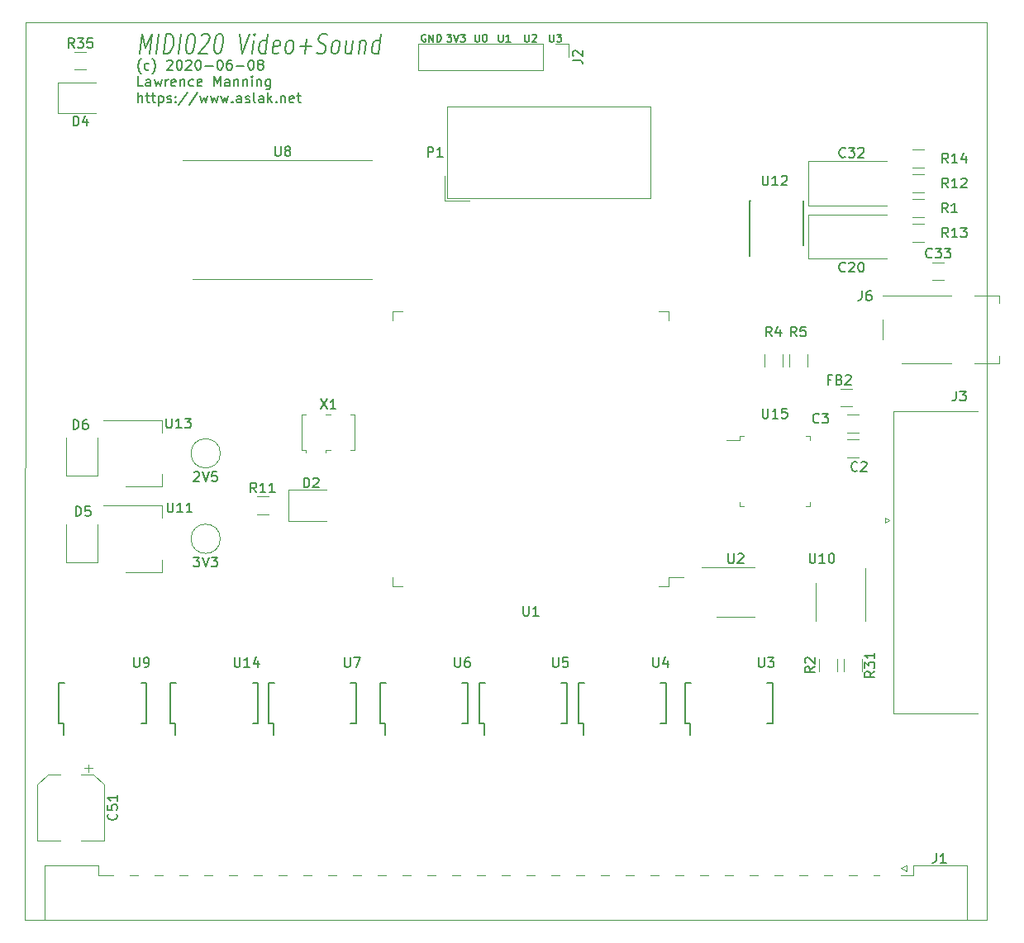
<source format=gbr>
G04 #@! TF.GenerationSoftware,KiCad,Pcbnew,5.1.5+dfsg1-2build2*
G04 #@! TF.CreationDate,2021-07-06T13:38:07+01:00*
G04 #@! TF.ProjectId,Video+Sound,56696465-6f2b-4536-9f75-6e642e6b6963,rev?*
G04 #@! TF.SameCoordinates,Original*
G04 #@! TF.FileFunction,Legend,Top*
G04 #@! TF.FilePolarity,Positive*
%FSLAX46Y46*%
G04 Gerber Fmt 4.6, Leading zero omitted, Abs format (unit mm)*
G04 Created by KiCad (PCBNEW 5.1.5+dfsg1-2build2) date 2021-07-06 13:38:07*
%MOMM*%
%LPD*%
G04 APERTURE LIST*
%ADD10C,0.152400*%
%ADD11C,0.150000*%
%ADD12C,0.050000*%
%ADD13C,0.120000*%
%ADD14C,0.100000*%
G04 APERTURE END LIST*
D10*
X85848250Y-68766266D02*
X85799869Y-68717885D01*
X85703107Y-68572742D01*
X85654726Y-68475980D01*
X85606345Y-68330838D01*
X85557964Y-68088933D01*
X85557964Y-67895409D01*
X85606345Y-67653504D01*
X85654726Y-67508361D01*
X85703107Y-67411600D01*
X85799869Y-67266457D01*
X85848250Y-67218076D01*
X86670726Y-68330838D02*
X86573964Y-68379219D01*
X86380440Y-68379219D01*
X86283679Y-68330838D01*
X86235298Y-68282457D01*
X86186917Y-68185695D01*
X86186917Y-67895409D01*
X86235298Y-67798647D01*
X86283679Y-67750266D01*
X86380440Y-67701885D01*
X86573964Y-67701885D01*
X86670726Y-67750266D01*
X87009393Y-68766266D02*
X87057774Y-68717885D01*
X87154536Y-68572742D01*
X87202917Y-68475980D01*
X87251298Y-68330838D01*
X87299679Y-68088933D01*
X87299679Y-67895409D01*
X87251298Y-67653504D01*
X87202917Y-67508361D01*
X87154536Y-67411600D01*
X87057774Y-67266457D01*
X87009393Y-67218076D01*
X88509202Y-67459980D02*
X88557583Y-67411600D01*
X88654345Y-67363219D01*
X88896250Y-67363219D01*
X88993012Y-67411600D01*
X89041393Y-67459980D01*
X89089774Y-67556742D01*
X89089774Y-67653504D01*
X89041393Y-67798647D01*
X88460821Y-68379219D01*
X89089774Y-68379219D01*
X89718726Y-67363219D02*
X89815488Y-67363219D01*
X89912250Y-67411600D01*
X89960631Y-67459980D01*
X90009012Y-67556742D01*
X90057393Y-67750266D01*
X90057393Y-67992171D01*
X90009012Y-68185695D01*
X89960631Y-68282457D01*
X89912250Y-68330838D01*
X89815488Y-68379219D01*
X89718726Y-68379219D01*
X89621964Y-68330838D01*
X89573583Y-68282457D01*
X89525202Y-68185695D01*
X89476821Y-67992171D01*
X89476821Y-67750266D01*
X89525202Y-67556742D01*
X89573583Y-67459980D01*
X89621964Y-67411600D01*
X89718726Y-67363219D01*
X90444440Y-67459980D02*
X90492821Y-67411600D01*
X90589583Y-67363219D01*
X90831488Y-67363219D01*
X90928250Y-67411600D01*
X90976631Y-67459980D01*
X91025012Y-67556742D01*
X91025012Y-67653504D01*
X90976631Y-67798647D01*
X90396060Y-68379219D01*
X91025012Y-68379219D01*
X91653964Y-67363219D02*
X91750726Y-67363219D01*
X91847488Y-67411600D01*
X91895869Y-67459980D01*
X91944250Y-67556742D01*
X91992631Y-67750266D01*
X91992631Y-67992171D01*
X91944250Y-68185695D01*
X91895869Y-68282457D01*
X91847488Y-68330838D01*
X91750726Y-68379219D01*
X91653964Y-68379219D01*
X91557202Y-68330838D01*
X91508821Y-68282457D01*
X91460440Y-68185695D01*
X91412060Y-67992171D01*
X91412060Y-67750266D01*
X91460440Y-67556742D01*
X91508821Y-67459980D01*
X91557202Y-67411600D01*
X91653964Y-67363219D01*
X92428060Y-67992171D02*
X93202155Y-67992171D01*
X93879488Y-67363219D02*
X93976250Y-67363219D01*
X94073012Y-67411600D01*
X94121393Y-67459980D01*
X94169774Y-67556742D01*
X94218155Y-67750266D01*
X94218155Y-67992171D01*
X94169774Y-68185695D01*
X94121393Y-68282457D01*
X94073012Y-68330838D01*
X93976250Y-68379219D01*
X93879488Y-68379219D01*
X93782726Y-68330838D01*
X93734345Y-68282457D01*
X93685964Y-68185695D01*
X93637583Y-67992171D01*
X93637583Y-67750266D01*
X93685964Y-67556742D01*
X93734345Y-67459980D01*
X93782726Y-67411600D01*
X93879488Y-67363219D01*
X95089012Y-67363219D02*
X94895488Y-67363219D01*
X94798726Y-67411600D01*
X94750345Y-67459980D01*
X94653583Y-67605123D01*
X94605202Y-67798647D01*
X94605202Y-68185695D01*
X94653583Y-68282457D01*
X94701964Y-68330838D01*
X94798726Y-68379219D01*
X94992250Y-68379219D01*
X95089012Y-68330838D01*
X95137393Y-68282457D01*
X95185774Y-68185695D01*
X95185774Y-67943790D01*
X95137393Y-67847028D01*
X95089012Y-67798647D01*
X94992250Y-67750266D01*
X94798726Y-67750266D01*
X94701964Y-67798647D01*
X94653583Y-67847028D01*
X94605202Y-67943790D01*
X95621202Y-67992171D02*
X96395298Y-67992171D01*
X97072631Y-67363219D02*
X97169393Y-67363219D01*
X97266155Y-67411600D01*
X97314536Y-67459980D01*
X97362917Y-67556742D01*
X97411298Y-67750266D01*
X97411298Y-67992171D01*
X97362917Y-68185695D01*
X97314536Y-68282457D01*
X97266155Y-68330838D01*
X97169393Y-68379219D01*
X97072631Y-68379219D01*
X96975869Y-68330838D01*
X96927488Y-68282457D01*
X96879107Y-68185695D01*
X96830726Y-67992171D01*
X96830726Y-67750266D01*
X96879107Y-67556742D01*
X96927488Y-67459980D01*
X96975869Y-67411600D01*
X97072631Y-67363219D01*
X97991869Y-67798647D02*
X97895107Y-67750266D01*
X97846726Y-67701885D01*
X97798345Y-67605123D01*
X97798345Y-67556742D01*
X97846726Y-67459980D01*
X97895107Y-67411600D01*
X97991869Y-67363219D01*
X98185393Y-67363219D01*
X98282155Y-67411600D01*
X98330536Y-67459980D01*
X98378917Y-67556742D01*
X98378917Y-67605123D01*
X98330536Y-67701885D01*
X98282155Y-67750266D01*
X98185393Y-67798647D01*
X97991869Y-67798647D01*
X97895107Y-67847028D01*
X97846726Y-67895409D01*
X97798345Y-67992171D01*
X97798345Y-68185695D01*
X97846726Y-68282457D01*
X97895107Y-68330838D01*
X97991869Y-68379219D01*
X98185393Y-68379219D01*
X98282155Y-68330838D01*
X98330536Y-68282457D01*
X98378917Y-68185695D01*
X98378917Y-67992171D01*
X98330536Y-67895409D01*
X98282155Y-67847028D01*
X98185393Y-67798647D01*
X86041774Y-70055619D02*
X85557964Y-70055619D01*
X85557964Y-69039619D01*
X86815869Y-70055619D02*
X86815869Y-69523428D01*
X86767488Y-69426666D01*
X86670726Y-69378285D01*
X86477202Y-69378285D01*
X86380440Y-69426666D01*
X86815869Y-70007238D02*
X86719107Y-70055619D01*
X86477202Y-70055619D01*
X86380440Y-70007238D01*
X86332060Y-69910476D01*
X86332060Y-69813714D01*
X86380440Y-69716952D01*
X86477202Y-69668571D01*
X86719107Y-69668571D01*
X86815869Y-69620190D01*
X87202917Y-69378285D02*
X87396440Y-70055619D01*
X87589964Y-69571809D01*
X87783488Y-70055619D01*
X87977012Y-69378285D01*
X88364060Y-70055619D02*
X88364060Y-69378285D01*
X88364060Y-69571809D02*
X88412440Y-69475047D01*
X88460821Y-69426666D01*
X88557583Y-69378285D01*
X88654345Y-69378285D01*
X89380060Y-70007238D02*
X89283298Y-70055619D01*
X89089774Y-70055619D01*
X88993012Y-70007238D01*
X88944631Y-69910476D01*
X88944631Y-69523428D01*
X88993012Y-69426666D01*
X89089774Y-69378285D01*
X89283298Y-69378285D01*
X89380060Y-69426666D01*
X89428440Y-69523428D01*
X89428440Y-69620190D01*
X88944631Y-69716952D01*
X89863869Y-69378285D02*
X89863869Y-70055619D01*
X89863869Y-69475047D02*
X89912250Y-69426666D01*
X90009012Y-69378285D01*
X90154155Y-69378285D01*
X90250917Y-69426666D01*
X90299298Y-69523428D01*
X90299298Y-70055619D01*
X91218536Y-70007238D02*
X91121774Y-70055619D01*
X90928250Y-70055619D01*
X90831488Y-70007238D01*
X90783107Y-69958857D01*
X90734726Y-69862095D01*
X90734726Y-69571809D01*
X90783107Y-69475047D01*
X90831488Y-69426666D01*
X90928250Y-69378285D01*
X91121774Y-69378285D01*
X91218536Y-69426666D01*
X92041012Y-70007238D02*
X91944250Y-70055619D01*
X91750726Y-70055619D01*
X91653964Y-70007238D01*
X91605583Y-69910476D01*
X91605583Y-69523428D01*
X91653964Y-69426666D01*
X91750726Y-69378285D01*
X91944250Y-69378285D01*
X92041012Y-69426666D01*
X92089393Y-69523428D01*
X92089393Y-69620190D01*
X91605583Y-69716952D01*
X93298917Y-70055619D02*
X93298917Y-69039619D01*
X93637583Y-69765333D01*
X93976250Y-69039619D01*
X93976250Y-70055619D01*
X94895488Y-70055619D02*
X94895488Y-69523428D01*
X94847107Y-69426666D01*
X94750345Y-69378285D01*
X94556821Y-69378285D01*
X94460060Y-69426666D01*
X94895488Y-70007238D02*
X94798726Y-70055619D01*
X94556821Y-70055619D01*
X94460060Y-70007238D01*
X94411679Y-69910476D01*
X94411679Y-69813714D01*
X94460060Y-69716952D01*
X94556821Y-69668571D01*
X94798726Y-69668571D01*
X94895488Y-69620190D01*
X95379298Y-69378285D02*
X95379298Y-70055619D01*
X95379298Y-69475047D02*
X95427679Y-69426666D01*
X95524440Y-69378285D01*
X95669583Y-69378285D01*
X95766345Y-69426666D01*
X95814726Y-69523428D01*
X95814726Y-70055619D01*
X96298536Y-69378285D02*
X96298536Y-70055619D01*
X96298536Y-69475047D02*
X96346917Y-69426666D01*
X96443679Y-69378285D01*
X96588821Y-69378285D01*
X96685583Y-69426666D01*
X96733964Y-69523428D01*
X96733964Y-70055619D01*
X97217774Y-70055619D02*
X97217774Y-69378285D01*
X97217774Y-69039619D02*
X97169393Y-69088000D01*
X97217774Y-69136380D01*
X97266155Y-69088000D01*
X97217774Y-69039619D01*
X97217774Y-69136380D01*
X97701583Y-69378285D02*
X97701583Y-70055619D01*
X97701583Y-69475047D02*
X97749964Y-69426666D01*
X97846726Y-69378285D01*
X97991869Y-69378285D01*
X98088631Y-69426666D01*
X98137012Y-69523428D01*
X98137012Y-70055619D01*
X99056250Y-69378285D02*
X99056250Y-70200761D01*
X99007869Y-70297523D01*
X98959488Y-70345904D01*
X98862726Y-70394285D01*
X98717583Y-70394285D01*
X98620821Y-70345904D01*
X99056250Y-70007238D02*
X98959488Y-70055619D01*
X98765964Y-70055619D01*
X98669202Y-70007238D01*
X98620821Y-69958857D01*
X98572440Y-69862095D01*
X98572440Y-69571809D01*
X98620821Y-69475047D01*
X98669202Y-69426666D01*
X98765964Y-69378285D01*
X98959488Y-69378285D01*
X99056250Y-69426666D01*
X85557964Y-71732019D02*
X85557964Y-70716019D01*
X85993393Y-71732019D02*
X85993393Y-71199828D01*
X85945012Y-71103066D01*
X85848250Y-71054685D01*
X85703107Y-71054685D01*
X85606345Y-71103066D01*
X85557964Y-71151447D01*
X86332060Y-71054685D02*
X86719107Y-71054685D01*
X86477202Y-70716019D02*
X86477202Y-71586876D01*
X86525583Y-71683638D01*
X86622345Y-71732019D01*
X86719107Y-71732019D01*
X86912631Y-71054685D02*
X87299679Y-71054685D01*
X87057774Y-70716019D02*
X87057774Y-71586876D01*
X87106155Y-71683638D01*
X87202917Y-71732019D01*
X87299679Y-71732019D01*
X87638345Y-71054685D02*
X87638345Y-72070685D01*
X87638345Y-71103066D02*
X87735107Y-71054685D01*
X87928631Y-71054685D01*
X88025393Y-71103066D01*
X88073774Y-71151447D01*
X88122155Y-71248209D01*
X88122155Y-71538495D01*
X88073774Y-71635257D01*
X88025393Y-71683638D01*
X87928631Y-71732019D01*
X87735107Y-71732019D01*
X87638345Y-71683638D01*
X88509202Y-71683638D02*
X88605964Y-71732019D01*
X88799488Y-71732019D01*
X88896250Y-71683638D01*
X88944631Y-71586876D01*
X88944631Y-71538495D01*
X88896250Y-71441733D01*
X88799488Y-71393352D01*
X88654345Y-71393352D01*
X88557583Y-71344971D01*
X88509202Y-71248209D01*
X88509202Y-71199828D01*
X88557583Y-71103066D01*
X88654345Y-71054685D01*
X88799488Y-71054685D01*
X88896250Y-71103066D01*
X89380060Y-71635257D02*
X89428440Y-71683638D01*
X89380060Y-71732019D01*
X89331679Y-71683638D01*
X89380060Y-71635257D01*
X89380060Y-71732019D01*
X89380060Y-71103066D02*
X89428440Y-71151447D01*
X89380060Y-71199828D01*
X89331679Y-71151447D01*
X89380060Y-71103066D01*
X89380060Y-71199828D01*
X90589583Y-70667638D02*
X89718726Y-71973923D01*
X91653964Y-70667638D02*
X90783107Y-71973923D01*
X91895869Y-71054685D02*
X92089393Y-71732019D01*
X92282917Y-71248209D01*
X92476440Y-71732019D01*
X92669964Y-71054685D01*
X92960250Y-71054685D02*
X93153774Y-71732019D01*
X93347298Y-71248209D01*
X93540821Y-71732019D01*
X93734345Y-71054685D01*
X94024631Y-71054685D02*
X94218155Y-71732019D01*
X94411679Y-71248209D01*
X94605202Y-71732019D01*
X94798726Y-71054685D01*
X95185774Y-71635257D02*
X95234155Y-71683638D01*
X95185774Y-71732019D01*
X95137393Y-71683638D01*
X95185774Y-71635257D01*
X95185774Y-71732019D01*
X96105012Y-71732019D02*
X96105012Y-71199828D01*
X96056631Y-71103066D01*
X95959869Y-71054685D01*
X95766345Y-71054685D01*
X95669583Y-71103066D01*
X96105012Y-71683638D02*
X96008250Y-71732019D01*
X95766345Y-71732019D01*
X95669583Y-71683638D01*
X95621202Y-71586876D01*
X95621202Y-71490114D01*
X95669583Y-71393352D01*
X95766345Y-71344971D01*
X96008250Y-71344971D01*
X96105012Y-71296590D01*
X96540440Y-71683638D02*
X96637202Y-71732019D01*
X96830726Y-71732019D01*
X96927488Y-71683638D01*
X96975869Y-71586876D01*
X96975869Y-71538495D01*
X96927488Y-71441733D01*
X96830726Y-71393352D01*
X96685583Y-71393352D01*
X96588821Y-71344971D01*
X96540440Y-71248209D01*
X96540440Y-71199828D01*
X96588821Y-71103066D01*
X96685583Y-71054685D01*
X96830726Y-71054685D01*
X96927488Y-71103066D01*
X97556440Y-71732019D02*
X97459679Y-71683638D01*
X97411298Y-71586876D01*
X97411298Y-70716019D01*
X98378917Y-71732019D02*
X98378917Y-71199828D01*
X98330536Y-71103066D01*
X98233774Y-71054685D01*
X98040250Y-71054685D01*
X97943488Y-71103066D01*
X98378917Y-71683638D02*
X98282155Y-71732019D01*
X98040250Y-71732019D01*
X97943488Y-71683638D01*
X97895107Y-71586876D01*
X97895107Y-71490114D01*
X97943488Y-71393352D01*
X98040250Y-71344971D01*
X98282155Y-71344971D01*
X98378917Y-71296590D01*
X98862726Y-71732019D02*
X98862726Y-70716019D01*
X98959488Y-71344971D02*
X99249774Y-71732019D01*
X99249774Y-71054685D02*
X98862726Y-71441733D01*
X99685202Y-71635257D02*
X99733583Y-71683638D01*
X99685202Y-71732019D01*
X99636821Y-71683638D01*
X99685202Y-71635257D01*
X99685202Y-71732019D01*
X100169012Y-71054685D02*
X100169012Y-71732019D01*
X100169012Y-71151447D02*
X100217393Y-71103066D01*
X100314155Y-71054685D01*
X100459298Y-71054685D01*
X100556060Y-71103066D01*
X100604440Y-71199828D01*
X100604440Y-71732019D01*
X101475298Y-71683638D02*
X101378536Y-71732019D01*
X101185012Y-71732019D01*
X101088250Y-71683638D01*
X101039869Y-71586876D01*
X101039869Y-71199828D01*
X101088250Y-71103066D01*
X101185012Y-71054685D01*
X101378536Y-71054685D01*
X101475298Y-71103066D01*
X101523679Y-71199828D01*
X101523679Y-71296590D01*
X101039869Y-71393352D01*
X101813964Y-71054685D02*
X102201012Y-71054685D01*
X101959107Y-70716019D02*
X101959107Y-71586876D01*
X102007488Y-71683638D01*
X102104250Y-71732019D01*
X102201012Y-71732019D01*
X85691012Y-66705238D02*
X85945012Y-64673238D01*
X86271583Y-66124666D01*
X86961012Y-64673238D01*
X86707012Y-66705238D01*
X87432726Y-66705238D02*
X87686726Y-64673238D01*
X88158440Y-66705238D02*
X88412440Y-64673238D01*
X88775298Y-64673238D01*
X88980917Y-64770000D01*
X89101869Y-64963523D01*
X89150250Y-65157047D01*
X89174440Y-65544095D01*
X89138155Y-65834380D01*
X89017202Y-66221428D01*
X88920440Y-66414952D01*
X88751107Y-66608476D01*
X88521298Y-66705238D01*
X88158440Y-66705238D01*
X89682440Y-66705238D02*
X89936440Y-64673238D01*
X90952440Y-64673238D02*
X91097583Y-64673238D01*
X91230631Y-64770000D01*
X91291107Y-64866761D01*
X91339488Y-65060285D01*
X91363679Y-65447333D01*
X91303202Y-65931142D01*
X91182250Y-66318190D01*
X91085488Y-66511714D01*
X91000821Y-66608476D01*
X90843583Y-66705238D01*
X90698440Y-66705238D01*
X90565393Y-66608476D01*
X90504917Y-66511714D01*
X90456536Y-66318190D01*
X90432345Y-65931142D01*
X90492821Y-65447333D01*
X90613774Y-65060285D01*
X90710536Y-64866761D01*
X90795202Y-64770000D01*
X90952440Y-64673238D01*
X92016821Y-64866761D02*
X92101488Y-64770000D01*
X92258726Y-64673238D01*
X92621583Y-64673238D01*
X92754631Y-64770000D01*
X92815107Y-64866761D01*
X92863488Y-65060285D01*
X92839298Y-65253809D01*
X92730440Y-65544095D01*
X91714440Y-66705238D01*
X92657869Y-66705238D01*
X93855298Y-64673238D02*
X94000440Y-64673238D01*
X94133488Y-64770000D01*
X94193964Y-64866761D01*
X94242345Y-65060285D01*
X94266536Y-65447333D01*
X94206060Y-65931142D01*
X94085107Y-66318190D01*
X93988345Y-66511714D01*
X93903679Y-66608476D01*
X93746440Y-66705238D01*
X93601298Y-66705238D01*
X93468250Y-66608476D01*
X93407774Y-66511714D01*
X93359393Y-66318190D01*
X93335202Y-65931142D01*
X93395679Y-65447333D01*
X93516631Y-65060285D01*
X93613393Y-64866761D01*
X93698060Y-64770000D01*
X93855298Y-64673238D01*
X95959869Y-64673238D02*
X96213869Y-66705238D01*
X96975869Y-64673238D01*
X97229869Y-66705238D02*
X97399202Y-65350571D01*
X97483869Y-64673238D02*
X97399202Y-64770000D01*
X97459679Y-64866761D01*
X97544345Y-64770000D01*
X97483869Y-64673238D01*
X97459679Y-64866761D01*
X98608726Y-66705238D02*
X98862726Y-64673238D01*
X98620821Y-66608476D02*
X98463583Y-66705238D01*
X98173298Y-66705238D01*
X98040250Y-66608476D01*
X97979774Y-66511714D01*
X97931393Y-66318190D01*
X98003964Y-65737619D01*
X98100726Y-65544095D01*
X98185393Y-65447333D01*
X98342631Y-65350571D01*
X98632917Y-65350571D01*
X98765964Y-65447333D01*
X99927107Y-66608476D02*
X99769869Y-66705238D01*
X99479583Y-66705238D01*
X99346536Y-66608476D01*
X99298155Y-66414952D01*
X99394917Y-65640857D01*
X99491679Y-65447333D01*
X99648917Y-65350571D01*
X99939202Y-65350571D01*
X100072250Y-65447333D01*
X100120631Y-65640857D01*
X100096440Y-65834380D01*
X99346536Y-66027904D01*
X100858440Y-66705238D02*
X100725393Y-66608476D01*
X100664917Y-66511714D01*
X100616536Y-66318190D01*
X100689107Y-65737619D01*
X100785869Y-65544095D01*
X100870536Y-65447333D01*
X101027774Y-65350571D01*
X101245488Y-65350571D01*
X101378536Y-65447333D01*
X101439012Y-65544095D01*
X101487393Y-65737619D01*
X101414821Y-66318190D01*
X101318060Y-66511714D01*
X101233393Y-66608476D01*
X101076155Y-66705238D01*
X100858440Y-66705238D01*
X102116345Y-65931142D02*
X103277488Y-65931142D01*
X102600155Y-66705238D02*
X102793679Y-65157047D01*
X103845964Y-66608476D02*
X104051583Y-66705238D01*
X104414440Y-66705238D01*
X104571679Y-66608476D01*
X104656345Y-66511714D01*
X104753107Y-66318190D01*
X104777298Y-66124666D01*
X104728917Y-65931142D01*
X104668440Y-65834380D01*
X104535393Y-65737619D01*
X104257202Y-65640857D01*
X104124155Y-65544095D01*
X104063679Y-65447333D01*
X104015298Y-65253809D01*
X104039488Y-65060285D01*
X104136250Y-64866761D01*
X104220917Y-64770000D01*
X104378155Y-64673238D01*
X104741012Y-64673238D01*
X104946631Y-64770000D01*
X105575583Y-66705238D02*
X105442536Y-66608476D01*
X105382060Y-66511714D01*
X105333679Y-66318190D01*
X105406250Y-65737619D01*
X105503012Y-65544095D01*
X105587679Y-65447333D01*
X105744917Y-65350571D01*
X105962631Y-65350571D01*
X106095679Y-65447333D01*
X106156155Y-65544095D01*
X106204536Y-65737619D01*
X106131964Y-66318190D01*
X106035202Y-66511714D01*
X105950536Y-66608476D01*
X105793298Y-66705238D01*
X105575583Y-66705238D01*
X107559202Y-65350571D02*
X107389869Y-66705238D01*
X106906060Y-65350571D02*
X106773012Y-66414952D01*
X106821393Y-66608476D01*
X106954440Y-66705238D01*
X107172155Y-66705238D01*
X107329393Y-66608476D01*
X107414060Y-66511714D01*
X108284917Y-65350571D02*
X108115583Y-66705238D01*
X108260726Y-65544095D02*
X108345393Y-65447333D01*
X108502631Y-65350571D01*
X108720345Y-65350571D01*
X108853393Y-65447333D01*
X108901774Y-65640857D01*
X108768726Y-66705238D01*
X110147583Y-66705238D02*
X110401583Y-64673238D01*
X110159679Y-66608476D02*
X110002440Y-66705238D01*
X109712155Y-66705238D01*
X109579107Y-66608476D01*
X109518631Y-66511714D01*
X109470250Y-66318190D01*
X109542821Y-65737619D01*
X109639583Y-65544095D01*
X109724250Y-65447333D01*
X109881488Y-65350571D01*
X110171774Y-65350571D01*
X110304821Y-65447333D01*
D11*
X127689428Y-64733714D02*
X127689428Y-65350571D01*
X127725714Y-65423142D01*
X127762000Y-65459428D01*
X127834571Y-65495714D01*
X127979714Y-65495714D01*
X128052285Y-65459428D01*
X128088571Y-65423142D01*
X128124857Y-65350571D01*
X128124857Y-64733714D01*
X128415142Y-64733714D02*
X128886857Y-64733714D01*
X128632857Y-65024000D01*
X128741714Y-65024000D01*
X128814285Y-65060285D01*
X128850571Y-65096571D01*
X128886857Y-65169142D01*
X128886857Y-65350571D01*
X128850571Y-65423142D01*
X128814285Y-65459428D01*
X128741714Y-65495714D01*
X128524000Y-65495714D01*
X128451428Y-65459428D01*
X128415142Y-65423142D01*
X125149428Y-64733714D02*
X125149428Y-65350571D01*
X125185714Y-65423142D01*
X125222000Y-65459428D01*
X125294571Y-65495714D01*
X125439714Y-65495714D01*
X125512285Y-65459428D01*
X125548571Y-65423142D01*
X125584857Y-65350571D01*
X125584857Y-64733714D01*
X125911428Y-64806285D02*
X125947714Y-64770000D01*
X126020285Y-64733714D01*
X126201714Y-64733714D01*
X126274285Y-64770000D01*
X126310571Y-64806285D01*
X126346857Y-64878857D01*
X126346857Y-64951428D01*
X126310571Y-65060285D01*
X125875142Y-65495714D01*
X126346857Y-65495714D01*
X122482428Y-64733714D02*
X122482428Y-65350571D01*
X122518714Y-65423142D01*
X122555000Y-65459428D01*
X122627571Y-65495714D01*
X122772714Y-65495714D01*
X122845285Y-65459428D01*
X122881571Y-65423142D01*
X122917857Y-65350571D01*
X122917857Y-64733714D01*
X123679857Y-65495714D02*
X123244428Y-65495714D01*
X123462142Y-65495714D02*
X123462142Y-64733714D01*
X123389571Y-64842571D01*
X123317000Y-64915142D01*
X123244428Y-64951428D01*
X120069428Y-64733714D02*
X120069428Y-65350571D01*
X120105714Y-65423142D01*
X120142000Y-65459428D01*
X120214571Y-65495714D01*
X120359714Y-65495714D01*
X120432285Y-65459428D01*
X120468571Y-65423142D01*
X120504857Y-65350571D01*
X120504857Y-64733714D01*
X121012857Y-64733714D02*
X121085428Y-64733714D01*
X121158000Y-64770000D01*
X121194285Y-64806285D01*
X121230571Y-64878857D01*
X121266857Y-65024000D01*
X121266857Y-65205428D01*
X121230571Y-65350571D01*
X121194285Y-65423142D01*
X121158000Y-65459428D01*
X121085428Y-65495714D01*
X121012857Y-65495714D01*
X120940285Y-65459428D01*
X120904000Y-65423142D01*
X120867714Y-65350571D01*
X120831428Y-65205428D01*
X120831428Y-65024000D01*
X120867714Y-64878857D01*
X120904000Y-64806285D01*
X120940285Y-64770000D01*
X121012857Y-64733714D01*
X117166571Y-64733714D02*
X117638285Y-64733714D01*
X117384285Y-65024000D01*
X117493142Y-65024000D01*
X117565714Y-65060285D01*
X117602000Y-65096571D01*
X117638285Y-65169142D01*
X117638285Y-65350571D01*
X117602000Y-65423142D01*
X117565714Y-65459428D01*
X117493142Y-65495714D01*
X117275428Y-65495714D01*
X117202857Y-65459428D01*
X117166571Y-65423142D01*
X117856000Y-64733714D02*
X118110000Y-65495714D01*
X118364000Y-64733714D01*
X118545428Y-64733714D02*
X119017142Y-64733714D01*
X118763142Y-65024000D01*
X118872000Y-65024000D01*
X118944571Y-65060285D01*
X118980857Y-65096571D01*
X119017142Y-65169142D01*
X119017142Y-65350571D01*
X118980857Y-65423142D01*
X118944571Y-65459428D01*
X118872000Y-65495714D01*
X118654285Y-65495714D01*
X118581714Y-65459428D01*
X118545428Y-65423142D01*
X114989428Y-64770000D02*
X114916857Y-64733714D01*
X114808000Y-64733714D01*
X114699142Y-64770000D01*
X114626571Y-64842571D01*
X114590285Y-64915142D01*
X114554000Y-65060285D01*
X114554000Y-65169142D01*
X114590285Y-65314285D01*
X114626571Y-65386857D01*
X114699142Y-65459428D01*
X114808000Y-65495714D01*
X114880571Y-65495714D01*
X114989428Y-65459428D01*
X115025714Y-65423142D01*
X115025714Y-65169142D01*
X114880571Y-65169142D01*
X115352285Y-65495714D02*
X115352285Y-64733714D01*
X115787714Y-65495714D01*
X115787714Y-64733714D01*
X116150571Y-65495714D02*
X116150571Y-64733714D01*
X116332000Y-64733714D01*
X116440857Y-64770000D01*
X116513428Y-64842571D01*
X116549714Y-64915142D01*
X116586000Y-65060285D01*
X116586000Y-65169142D01*
X116549714Y-65314285D01*
X116513428Y-65386857D01*
X116440857Y-65459428D01*
X116332000Y-65495714D01*
X116150571Y-65495714D01*
D12*
X74041000Y-63500000D02*
X73914000Y-155575000D01*
X172466000Y-63500000D02*
X74041000Y-63500000D01*
X172466000Y-155575000D02*
X172466000Y-63500000D01*
X73914000Y-155575000D02*
X172466000Y-155575000D01*
D13*
X154213000Y-82270000D02*
X162273000Y-82270000D01*
X154213000Y-77750000D02*
X154213000Y-82270000D01*
X162273000Y-77750000D02*
X154213000Y-77750000D01*
X154213000Y-87731000D02*
X162273000Y-87731000D01*
X154213000Y-83211000D02*
X154213000Y-87731000D01*
X162273000Y-83211000D02*
X154213000Y-83211000D01*
X129600000Y-65726000D02*
X129600000Y-67056000D01*
X128270000Y-65726000D02*
X129600000Y-65726000D01*
X127000000Y-65726000D02*
X127000000Y-68386000D01*
X127000000Y-68386000D02*
X114240000Y-68386000D01*
X127000000Y-65726000D02*
X114240000Y-65726000D01*
X114240000Y-65726000D02*
X114240000Y-68386000D01*
D11*
X89345000Y-135425000D02*
X89345000Y-136550000D01*
X97820000Y-135425000D02*
X97820000Y-131275000D01*
X88870000Y-135425000D02*
X88870000Y-131275000D01*
X97820000Y-135425000D02*
X97262500Y-135425000D01*
X97820000Y-131275000D02*
X97262500Y-131275000D01*
X88870000Y-131275000D02*
X89427500Y-131275000D01*
X88870000Y-135425000D02*
X89345000Y-135425000D01*
X153718000Y-86399000D02*
X153718000Y-81749000D01*
X148193000Y-87474000D02*
X148193000Y-81774000D01*
X153718000Y-86399000D02*
X153693000Y-86399000D01*
X153718000Y-81749000D02*
X153693000Y-81749000D01*
X148193000Y-81774000D02*
X148293000Y-81774000D01*
X77915000Y-135425000D02*
X77915000Y-136550000D01*
X86390000Y-135425000D02*
X86390000Y-131275000D01*
X77440000Y-135425000D02*
X77440000Y-131275000D01*
X86390000Y-135425000D02*
X85832500Y-135425000D01*
X86390000Y-131275000D02*
X85832500Y-131275000D01*
X77440000Y-131275000D02*
X77997500Y-131275000D01*
X77440000Y-135425000D02*
X77915000Y-135425000D01*
X99390000Y-135425000D02*
X99390000Y-136550000D01*
X107865000Y-135425000D02*
X107865000Y-131275000D01*
X98915000Y-135425000D02*
X98915000Y-131275000D01*
X107865000Y-135425000D02*
X107307500Y-135425000D01*
X107865000Y-131275000D02*
X107307500Y-131275000D01*
X98915000Y-131275000D02*
X99472500Y-131275000D01*
X98915000Y-135425000D02*
X99390000Y-135425000D01*
X110820000Y-135425000D02*
X110820000Y-136550000D01*
X119295000Y-135425000D02*
X119295000Y-131275000D01*
X110345000Y-135425000D02*
X110345000Y-131275000D01*
X119295000Y-135425000D02*
X118737500Y-135425000D01*
X119295000Y-131275000D02*
X118737500Y-131275000D01*
X110345000Y-131275000D02*
X110902500Y-131275000D01*
X110345000Y-135425000D02*
X110820000Y-135425000D01*
X120980000Y-135425000D02*
X120980000Y-136550000D01*
X129455000Y-135425000D02*
X129455000Y-131275000D01*
X120505000Y-135425000D02*
X120505000Y-131275000D01*
X129455000Y-135425000D02*
X128897500Y-135425000D01*
X129455000Y-131275000D02*
X128897500Y-131275000D01*
X120505000Y-131275000D02*
X121062500Y-131275000D01*
X120505000Y-135425000D02*
X120980000Y-135425000D01*
X131140000Y-135425000D02*
X131140000Y-136550000D01*
X139615000Y-135425000D02*
X139615000Y-131275000D01*
X130665000Y-135425000D02*
X130665000Y-131275000D01*
X139615000Y-135425000D02*
X139057500Y-135425000D01*
X139615000Y-131275000D02*
X139057500Y-131275000D01*
X130665000Y-131275000D02*
X131222500Y-131275000D01*
X130665000Y-135425000D02*
X131140000Y-135425000D01*
X142050000Y-135425000D02*
X142050000Y-136550000D01*
X150525000Y-135425000D02*
X150525000Y-131275000D01*
X141575000Y-135425000D02*
X141575000Y-131275000D01*
X150525000Y-135425000D02*
X149967500Y-135425000D01*
X150525000Y-131275000D02*
X149967500Y-131275000D01*
X141575000Y-131275000D02*
X142132500Y-131275000D01*
X141575000Y-135425000D02*
X142050000Y-135425000D01*
D13*
X164875936Y-78380000D02*
X166080064Y-78380000D01*
X164875936Y-76560000D02*
X166080064Y-76560000D01*
X164875936Y-86000000D02*
X166080064Y-86000000D01*
X164875936Y-84180000D02*
X166080064Y-84180000D01*
X164881936Y-80920000D02*
X166086064Y-80920000D01*
X164881936Y-79100000D02*
X166086064Y-79100000D01*
X164881936Y-83460000D02*
X166086064Y-83460000D01*
X164881936Y-81640000D02*
X166086064Y-81640000D01*
X166907936Y-89937000D02*
X168112064Y-89937000D01*
X166907936Y-88117000D02*
X168112064Y-88117000D01*
X80854250Y-139974250D02*
X80066750Y-139974250D01*
X80460500Y-139580500D02*
X80460500Y-140368000D01*
X76267437Y-140608000D02*
X75203000Y-141672437D01*
X80958563Y-140608000D02*
X82023000Y-141672437D01*
X80958563Y-140608000D02*
X79673000Y-140608000D01*
X76267437Y-140608000D02*
X77553000Y-140608000D01*
X75203000Y-141672437D02*
X75203000Y-147428000D01*
X82023000Y-141672437D02*
X82023000Y-147428000D01*
X82023000Y-147428000D02*
X79673000Y-147428000D01*
X75203000Y-147428000D02*
X77553000Y-147428000D01*
X158717064Y-101071000D02*
X157512936Y-101071000D01*
X158717064Y-102891000D02*
X157512936Y-102891000D01*
X107299000Y-103737000D02*
X107729000Y-103737000D01*
X107729000Y-103737000D02*
X107729000Y-107337000D01*
X107729000Y-107337000D02*
X107299000Y-107337000D01*
X104759000Y-103737000D02*
X105299000Y-103737000D01*
X102759000Y-107587000D02*
X102759000Y-107337000D01*
X102759000Y-107337000D02*
X102329000Y-107337000D01*
X102329000Y-107337000D02*
X102329000Y-103737000D01*
X102329000Y-103737000D02*
X102759000Y-103737000D01*
X105299000Y-107337000D02*
X104759000Y-107337000D01*
X104759000Y-107337000D02*
X104759000Y-107587000D01*
D14*
X109530000Y-77630000D02*
X90130000Y-77630000D01*
D13*
X91130000Y-89870000D02*
X109530000Y-89870000D01*
X139860000Y-120410000D02*
X141450000Y-120410000D01*
X139860000Y-121360000D02*
X139860000Y-120410000D01*
X138910000Y-121360000D02*
X139860000Y-121360000D01*
X111640000Y-121360000D02*
X111640000Y-120410000D01*
X112590000Y-121360000D02*
X111640000Y-121360000D01*
X139860000Y-93140000D02*
X139860000Y-94090000D01*
X138910000Y-93140000D02*
X139860000Y-93140000D01*
X111640000Y-93140000D02*
X111640000Y-94090000D01*
X112590000Y-93140000D02*
X111640000Y-93140000D01*
X153910000Y-113110000D02*
X154360000Y-113110000D01*
X154360000Y-113110000D02*
X154360000Y-112660000D01*
X147590000Y-113110000D02*
X147140000Y-113110000D01*
X147140000Y-113110000D02*
X147140000Y-112660000D01*
X153910000Y-105890000D02*
X154360000Y-105890000D01*
X154360000Y-105890000D02*
X154360000Y-106340000D01*
X147590000Y-105890000D02*
X147140000Y-105890000D01*
X147140000Y-105890000D02*
X147140000Y-106340000D01*
X147140000Y-106340000D02*
X145850000Y-106340000D01*
X171253000Y-91546000D02*
X173753000Y-91546000D01*
X173753000Y-91546000D02*
X173753000Y-92296000D01*
X173753000Y-97696000D02*
X173753000Y-98446000D01*
X173753000Y-98446000D02*
X171253000Y-98446000D01*
X168853000Y-98446000D02*
X163753000Y-98446000D01*
X168853000Y-91546000D02*
X161853000Y-91546000D01*
X161853000Y-96046000D02*
X161853000Y-93946000D01*
X98897064Y-113940000D02*
X97692936Y-113940000D01*
X98897064Y-112120000D02*
X97692936Y-112120000D01*
X104848000Y-111445000D02*
X100963000Y-111445000D01*
X100963000Y-111445000D02*
X100963000Y-114615000D01*
X100963000Y-114615000D02*
X104848000Y-114615000D01*
X151532000Y-97571936D02*
X151532000Y-98776064D01*
X149712000Y-97571936D02*
X149712000Y-98776064D01*
X152252000Y-98776064D02*
X152252000Y-97571936D01*
X154072000Y-98776064D02*
X154072000Y-97571936D01*
X158147936Y-103738000D02*
X159352064Y-103738000D01*
X158147936Y-105558000D02*
X159352064Y-105558000D01*
X158147936Y-106278000D02*
X159352064Y-106278000D01*
X158147936Y-108098000D02*
X159352064Y-108098000D01*
X88016000Y-111106000D02*
X88016000Y-109846000D01*
X88016000Y-104286000D02*
X88016000Y-105546000D01*
X84256000Y-111106000D02*
X88016000Y-111106000D01*
X82006000Y-104286000D02*
X88016000Y-104286000D01*
X88016000Y-119869000D02*
X88016000Y-118609000D01*
X88016000Y-113049000D02*
X88016000Y-114309000D01*
X84256000Y-119869000D02*
X88016000Y-119869000D01*
X82006000Y-113049000D02*
X88016000Y-113049000D01*
X154920000Y-122936000D02*
X154920000Y-124886000D01*
X154920000Y-122936000D02*
X154920000Y-120986000D01*
X160040000Y-122936000D02*
X160040000Y-124886000D01*
X160040000Y-122936000D02*
X160040000Y-119486000D01*
X146747000Y-124480000D02*
X148697000Y-124480000D01*
X146747000Y-124480000D02*
X144797000Y-124480000D01*
X146747000Y-119360000D02*
X148697000Y-119360000D01*
X146747000Y-119360000D02*
X143297000Y-119360000D01*
X93956000Y-107696000D02*
G75*
G03X93956000Y-107696000I-1500000J0D01*
G01*
X93956000Y-116459000D02*
G75*
G03X93956000Y-116459000I-1500000J0D01*
G01*
X79029936Y-66527000D02*
X80234064Y-66527000D01*
X79029936Y-68347000D02*
X80234064Y-68347000D01*
X157840000Y-130015064D02*
X157840000Y-128810936D01*
X159660000Y-130015064D02*
X159660000Y-128810936D01*
X155300000Y-130015064D02*
X155300000Y-128810936D01*
X157120000Y-130015064D02*
X157120000Y-128810936D01*
X116955000Y-81760000D02*
X116955000Y-79220000D01*
X116955000Y-81760000D02*
X119495000Y-81760000D01*
X117205000Y-81510000D02*
X117205000Y-72160000D01*
X138065000Y-81510000D02*
X117205000Y-81510000D01*
X138065000Y-72160000D02*
X138065000Y-81510000D01*
X117205000Y-72160000D02*
X138065000Y-72160000D01*
X171522000Y-134354000D02*
X162922000Y-134354000D01*
X162922000Y-134354000D02*
X162922000Y-103384000D01*
X162922000Y-103384000D02*
X171522000Y-103384000D01*
X162027662Y-114804000D02*
X162027662Y-114304000D01*
X162027662Y-114304000D02*
X162460675Y-114554000D01*
X162460675Y-114554000D02*
X162027662Y-114804000D01*
X164255000Y-149941000D02*
X163655000Y-150241000D01*
X164255000Y-150541000D02*
X164255000Y-149941000D01*
X163655000Y-150241000D02*
X164255000Y-150541000D01*
X82950000Y-150981000D02*
X81450000Y-150981000D01*
X85490000Y-150981000D02*
X84689000Y-150981000D01*
X88030000Y-150981000D02*
X87229000Y-150981000D01*
X90570000Y-150981000D02*
X89769000Y-150981000D01*
X93110000Y-150981000D02*
X92309000Y-150981000D01*
X95650000Y-150981000D02*
X94849000Y-150981000D01*
X98190000Y-150981000D02*
X97389000Y-150981000D01*
X100730000Y-150981000D02*
X99929000Y-150981000D01*
X103270000Y-150981000D02*
X102469000Y-150981000D01*
X105810000Y-150981000D02*
X105009000Y-150981000D01*
X108350000Y-150981000D02*
X107549000Y-150981000D01*
X110890000Y-150981000D02*
X110089000Y-150981000D01*
X113430000Y-150981000D02*
X112629000Y-150981000D01*
X115970000Y-150981000D02*
X115169000Y-150981000D01*
X118510000Y-150981000D02*
X117709000Y-150981000D01*
X121050000Y-150981000D02*
X120249000Y-150981000D01*
X123590000Y-150981000D02*
X122789000Y-150981000D01*
X126130000Y-150981000D02*
X125329000Y-150981000D01*
X128670000Y-150981000D02*
X127869000Y-150981000D01*
X131210000Y-150981000D02*
X130409000Y-150981000D01*
X133750000Y-150981000D02*
X132949000Y-150981000D01*
X136290000Y-150981000D02*
X135489000Y-150981000D01*
X138830000Y-150981000D02*
X138029000Y-150981000D01*
X141370000Y-150981000D02*
X140569000Y-150981000D01*
X143910000Y-150981000D02*
X143109000Y-150981000D01*
X146450000Y-150981000D02*
X145649000Y-150981000D01*
X148990000Y-150981000D02*
X148189000Y-150981000D01*
X151530000Y-150981000D02*
X150729000Y-150981000D01*
X154070000Y-150981000D02*
X153269000Y-150981000D01*
X156610000Y-150981000D02*
X155809000Y-150981000D01*
X159150000Y-150981000D02*
X158349000Y-150981000D01*
X161465000Y-150981000D02*
X160889000Y-150981000D01*
X164931000Y-150981000D02*
X163655000Y-150981000D01*
X81450000Y-149981000D02*
X81450000Y-150981000D01*
X75930000Y-149981000D02*
X81450000Y-149981000D01*
X75930000Y-155541000D02*
X75930000Y-149981000D01*
X164930000Y-149981000D02*
X164930000Y-150981000D01*
X170450000Y-149981000D02*
X164930000Y-149981000D01*
X170450000Y-155541000D02*
X170450000Y-149981000D01*
X78171000Y-106096000D02*
X78171000Y-109981000D01*
X78171000Y-109981000D02*
X81341000Y-109981000D01*
X81341000Y-109981000D02*
X81341000Y-106096000D01*
X78171000Y-114989000D02*
X78171000Y-118874000D01*
X78171000Y-118874000D02*
X81341000Y-118874000D01*
X81341000Y-118874000D02*
X81341000Y-114989000D01*
X81232000Y-69662000D02*
X77347000Y-69662000D01*
X77347000Y-69662000D02*
X77347000Y-72832000D01*
X77347000Y-72832000D02*
X81232000Y-72832000D01*
D11*
X157980142Y-77267142D02*
X157932523Y-77314761D01*
X157789666Y-77362380D01*
X157694428Y-77362380D01*
X157551571Y-77314761D01*
X157456333Y-77219523D01*
X157408714Y-77124285D01*
X157361095Y-76933809D01*
X157361095Y-76790952D01*
X157408714Y-76600476D01*
X157456333Y-76505238D01*
X157551571Y-76410000D01*
X157694428Y-76362380D01*
X157789666Y-76362380D01*
X157932523Y-76410000D01*
X157980142Y-76457619D01*
X158313476Y-76362380D02*
X158932523Y-76362380D01*
X158599190Y-76743333D01*
X158742047Y-76743333D01*
X158837285Y-76790952D01*
X158884904Y-76838571D01*
X158932523Y-76933809D01*
X158932523Y-77171904D01*
X158884904Y-77267142D01*
X158837285Y-77314761D01*
X158742047Y-77362380D01*
X158456333Y-77362380D01*
X158361095Y-77314761D01*
X158313476Y-77267142D01*
X159313476Y-76457619D02*
X159361095Y-76410000D01*
X159456333Y-76362380D01*
X159694428Y-76362380D01*
X159789666Y-76410000D01*
X159837285Y-76457619D01*
X159884904Y-76552857D01*
X159884904Y-76648095D01*
X159837285Y-76790952D01*
X159265857Y-77362380D01*
X159884904Y-77362380D01*
X157980142Y-89003142D02*
X157932523Y-89050761D01*
X157789666Y-89098380D01*
X157694428Y-89098380D01*
X157551571Y-89050761D01*
X157456333Y-88955523D01*
X157408714Y-88860285D01*
X157361095Y-88669809D01*
X157361095Y-88526952D01*
X157408714Y-88336476D01*
X157456333Y-88241238D01*
X157551571Y-88146000D01*
X157694428Y-88098380D01*
X157789666Y-88098380D01*
X157932523Y-88146000D01*
X157980142Y-88193619D01*
X158361095Y-88193619D02*
X158408714Y-88146000D01*
X158503952Y-88098380D01*
X158742047Y-88098380D01*
X158837285Y-88146000D01*
X158884904Y-88193619D01*
X158932523Y-88288857D01*
X158932523Y-88384095D01*
X158884904Y-88526952D01*
X158313476Y-89098380D01*
X158932523Y-89098380D01*
X159551571Y-88098380D02*
X159646809Y-88098380D01*
X159742047Y-88146000D01*
X159789666Y-88193619D01*
X159837285Y-88288857D01*
X159884904Y-88479333D01*
X159884904Y-88717428D01*
X159837285Y-88907904D01*
X159789666Y-89003142D01*
X159742047Y-89050761D01*
X159646809Y-89098380D01*
X159551571Y-89098380D01*
X159456333Y-89050761D01*
X159408714Y-89003142D01*
X159361095Y-88907904D01*
X159313476Y-88717428D01*
X159313476Y-88479333D01*
X159361095Y-88288857D01*
X159408714Y-88193619D01*
X159456333Y-88146000D01*
X159551571Y-88098380D01*
X130052380Y-67389333D02*
X130766666Y-67389333D01*
X130909523Y-67436952D01*
X131004761Y-67532190D01*
X131052380Y-67675047D01*
X131052380Y-67770285D01*
X130147619Y-66960761D02*
X130100000Y-66913142D01*
X130052380Y-66817904D01*
X130052380Y-66579809D01*
X130100000Y-66484571D01*
X130147619Y-66436952D01*
X130242857Y-66389333D01*
X130338095Y-66389333D01*
X130480952Y-66436952D01*
X131052380Y-67008380D01*
X131052380Y-66389333D01*
X95408904Y-128611380D02*
X95408904Y-129420904D01*
X95456523Y-129516142D01*
X95504142Y-129563761D01*
X95599380Y-129611380D01*
X95789857Y-129611380D01*
X95885095Y-129563761D01*
X95932714Y-129516142D01*
X95980333Y-129420904D01*
X95980333Y-128611380D01*
X96980333Y-129611380D02*
X96408904Y-129611380D01*
X96694619Y-129611380D02*
X96694619Y-128611380D01*
X96599380Y-128754238D01*
X96504142Y-128849476D01*
X96408904Y-128897095D01*
X97837476Y-128944714D02*
X97837476Y-129611380D01*
X97599380Y-128563761D02*
X97361285Y-129278047D01*
X97980333Y-129278047D01*
X149510904Y-79208380D02*
X149510904Y-80017904D01*
X149558523Y-80113142D01*
X149606142Y-80160761D01*
X149701380Y-80208380D01*
X149891857Y-80208380D01*
X149987095Y-80160761D01*
X150034714Y-80113142D01*
X150082333Y-80017904D01*
X150082333Y-79208380D01*
X151082333Y-80208380D02*
X150510904Y-80208380D01*
X150796619Y-80208380D02*
X150796619Y-79208380D01*
X150701380Y-79351238D01*
X150606142Y-79446476D01*
X150510904Y-79494095D01*
X151463285Y-79303619D02*
X151510904Y-79256000D01*
X151606142Y-79208380D01*
X151844238Y-79208380D01*
X151939476Y-79256000D01*
X151987095Y-79303619D01*
X152034714Y-79398857D01*
X152034714Y-79494095D01*
X151987095Y-79636952D01*
X151415666Y-80208380D01*
X152034714Y-80208380D01*
X85090095Y-128611380D02*
X85090095Y-129420904D01*
X85137714Y-129516142D01*
X85185333Y-129563761D01*
X85280571Y-129611380D01*
X85471047Y-129611380D01*
X85566285Y-129563761D01*
X85613904Y-129516142D01*
X85661523Y-129420904D01*
X85661523Y-128611380D01*
X86185333Y-129611380D02*
X86375809Y-129611380D01*
X86471047Y-129563761D01*
X86518666Y-129516142D01*
X86613904Y-129373285D01*
X86661523Y-129182809D01*
X86661523Y-128801857D01*
X86613904Y-128706619D01*
X86566285Y-128659000D01*
X86471047Y-128611380D01*
X86280571Y-128611380D01*
X86185333Y-128659000D01*
X86137714Y-128706619D01*
X86090095Y-128801857D01*
X86090095Y-129039952D01*
X86137714Y-129135190D01*
X86185333Y-129182809D01*
X86280571Y-129230428D01*
X86471047Y-129230428D01*
X86566285Y-129182809D01*
X86613904Y-129135190D01*
X86661523Y-129039952D01*
X106680095Y-128611380D02*
X106680095Y-129420904D01*
X106727714Y-129516142D01*
X106775333Y-129563761D01*
X106870571Y-129611380D01*
X107061047Y-129611380D01*
X107156285Y-129563761D01*
X107203904Y-129516142D01*
X107251523Y-129420904D01*
X107251523Y-128611380D01*
X107632476Y-128611380D02*
X108299142Y-128611380D01*
X107870571Y-129611380D01*
X117983095Y-128611380D02*
X117983095Y-129420904D01*
X118030714Y-129516142D01*
X118078333Y-129563761D01*
X118173571Y-129611380D01*
X118364047Y-129611380D01*
X118459285Y-129563761D01*
X118506904Y-129516142D01*
X118554523Y-129420904D01*
X118554523Y-128611380D01*
X119459285Y-128611380D02*
X119268809Y-128611380D01*
X119173571Y-128659000D01*
X119125952Y-128706619D01*
X119030714Y-128849476D01*
X118983095Y-129039952D01*
X118983095Y-129420904D01*
X119030714Y-129516142D01*
X119078333Y-129563761D01*
X119173571Y-129611380D01*
X119364047Y-129611380D01*
X119459285Y-129563761D01*
X119506904Y-129516142D01*
X119554523Y-129420904D01*
X119554523Y-129182809D01*
X119506904Y-129087571D01*
X119459285Y-129039952D01*
X119364047Y-128992333D01*
X119173571Y-128992333D01*
X119078333Y-129039952D01*
X119030714Y-129087571D01*
X118983095Y-129182809D01*
X128016095Y-128611380D02*
X128016095Y-129420904D01*
X128063714Y-129516142D01*
X128111333Y-129563761D01*
X128206571Y-129611380D01*
X128397047Y-129611380D01*
X128492285Y-129563761D01*
X128539904Y-129516142D01*
X128587523Y-129420904D01*
X128587523Y-128611380D01*
X129539904Y-128611380D02*
X129063714Y-128611380D01*
X129016095Y-129087571D01*
X129063714Y-129039952D01*
X129158952Y-128992333D01*
X129397047Y-128992333D01*
X129492285Y-129039952D01*
X129539904Y-129087571D01*
X129587523Y-129182809D01*
X129587523Y-129420904D01*
X129539904Y-129516142D01*
X129492285Y-129563761D01*
X129397047Y-129611380D01*
X129158952Y-129611380D01*
X129063714Y-129563761D01*
X129016095Y-129516142D01*
X138303095Y-128611380D02*
X138303095Y-129420904D01*
X138350714Y-129516142D01*
X138398333Y-129563761D01*
X138493571Y-129611380D01*
X138684047Y-129611380D01*
X138779285Y-129563761D01*
X138826904Y-129516142D01*
X138874523Y-129420904D01*
X138874523Y-128611380D01*
X139779285Y-128944714D02*
X139779285Y-129611380D01*
X139541190Y-128563761D02*
X139303095Y-129278047D01*
X139922142Y-129278047D01*
X149098095Y-128611380D02*
X149098095Y-129420904D01*
X149145714Y-129516142D01*
X149193333Y-129563761D01*
X149288571Y-129611380D01*
X149479047Y-129611380D01*
X149574285Y-129563761D01*
X149621904Y-129516142D01*
X149669523Y-129420904D01*
X149669523Y-128611380D01*
X150050476Y-128611380D02*
X150669523Y-128611380D01*
X150336190Y-128992333D01*
X150479047Y-128992333D01*
X150574285Y-129039952D01*
X150621904Y-129087571D01*
X150669523Y-129182809D01*
X150669523Y-129420904D01*
X150621904Y-129516142D01*
X150574285Y-129563761D01*
X150479047Y-129611380D01*
X150193333Y-129611380D01*
X150098095Y-129563761D01*
X150050476Y-129516142D01*
X168521142Y-77922380D02*
X168187809Y-77446190D01*
X167949714Y-77922380D02*
X167949714Y-76922380D01*
X168330666Y-76922380D01*
X168425904Y-76970000D01*
X168473523Y-77017619D01*
X168521142Y-77112857D01*
X168521142Y-77255714D01*
X168473523Y-77350952D01*
X168425904Y-77398571D01*
X168330666Y-77446190D01*
X167949714Y-77446190D01*
X169473523Y-77922380D02*
X168902095Y-77922380D01*
X169187809Y-77922380D02*
X169187809Y-76922380D01*
X169092571Y-77065238D01*
X168997333Y-77160476D01*
X168902095Y-77208095D01*
X170330666Y-77255714D02*
X170330666Y-77922380D01*
X170092571Y-76874761D02*
X169854476Y-77589047D01*
X170473523Y-77589047D01*
X168521142Y-85542380D02*
X168187809Y-85066190D01*
X167949714Y-85542380D02*
X167949714Y-84542380D01*
X168330666Y-84542380D01*
X168425904Y-84590000D01*
X168473523Y-84637619D01*
X168521142Y-84732857D01*
X168521142Y-84875714D01*
X168473523Y-84970952D01*
X168425904Y-85018571D01*
X168330666Y-85066190D01*
X167949714Y-85066190D01*
X169473523Y-85542380D02*
X168902095Y-85542380D01*
X169187809Y-85542380D02*
X169187809Y-84542380D01*
X169092571Y-84685238D01*
X168997333Y-84780476D01*
X168902095Y-84828095D01*
X169806857Y-84542380D02*
X170425904Y-84542380D01*
X170092571Y-84923333D01*
X170235428Y-84923333D01*
X170330666Y-84970952D01*
X170378285Y-85018571D01*
X170425904Y-85113809D01*
X170425904Y-85351904D01*
X170378285Y-85447142D01*
X170330666Y-85494761D01*
X170235428Y-85542380D01*
X169949714Y-85542380D01*
X169854476Y-85494761D01*
X169806857Y-85447142D01*
X168521142Y-80462380D02*
X168187809Y-79986190D01*
X167949714Y-80462380D02*
X167949714Y-79462380D01*
X168330666Y-79462380D01*
X168425904Y-79510000D01*
X168473523Y-79557619D01*
X168521142Y-79652857D01*
X168521142Y-79795714D01*
X168473523Y-79890952D01*
X168425904Y-79938571D01*
X168330666Y-79986190D01*
X167949714Y-79986190D01*
X169473523Y-80462380D02*
X168902095Y-80462380D01*
X169187809Y-80462380D02*
X169187809Y-79462380D01*
X169092571Y-79605238D01*
X168997333Y-79700476D01*
X168902095Y-79748095D01*
X169854476Y-79557619D02*
X169902095Y-79510000D01*
X169997333Y-79462380D01*
X170235428Y-79462380D01*
X170330666Y-79510000D01*
X170378285Y-79557619D01*
X170425904Y-79652857D01*
X170425904Y-79748095D01*
X170378285Y-79890952D01*
X169806857Y-80462380D01*
X170425904Y-80462380D01*
X168489333Y-83002380D02*
X168156000Y-82526190D01*
X167917904Y-83002380D02*
X167917904Y-82002380D01*
X168298857Y-82002380D01*
X168394095Y-82050000D01*
X168441714Y-82097619D01*
X168489333Y-82192857D01*
X168489333Y-82335714D01*
X168441714Y-82430952D01*
X168394095Y-82478571D01*
X168298857Y-82526190D01*
X167917904Y-82526190D01*
X169441714Y-83002380D02*
X168870285Y-83002380D01*
X169156000Y-83002380D02*
X169156000Y-82002380D01*
X169060761Y-82145238D01*
X168965523Y-82240476D01*
X168870285Y-82288095D01*
X166867142Y-87564142D02*
X166819523Y-87611761D01*
X166676666Y-87659380D01*
X166581428Y-87659380D01*
X166438571Y-87611761D01*
X166343333Y-87516523D01*
X166295714Y-87421285D01*
X166248095Y-87230809D01*
X166248095Y-87087952D01*
X166295714Y-86897476D01*
X166343333Y-86802238D01*
X166438571Y-86707000D01*
X166581428Y-86659380D01*
X166676666Y-86659380D01*
X166819523Y-86707000D01*
X166867142Y-86754619D01*
X167200476Y-86659380D02*
X167819523Y-86659380D01*
X167486190Y-87040333D01*
X167629047Y-87040333D01*
X167724285Y-87087952D01*
X167771904Y-87135571D01*
X167819523Y-87230809D01*
X167819523Y-87468904D01*
X167771904Y-87564142D01*
X167724285Y-87611761D01*
X167629047Y-87659380D01*
X167343333Y-87659380D01*
X167248095Y-87611761D01*
X167200476Y-87564142D01*
X168152857Y-86659380D02*
X168771904Y-86659380D01*
X168438571Y-87040333D01*
X168581428Y-87040333D01*
X168676666Y-87087952D01*
X168724285Y-87135571D01*
X168771904Y-87230809D01*
X168771904Y-87468904D01*
X168724285Y-87564142D01*
X168676666Y-87611761D01*
X168581428Y-87659380D01*
X168295714Y-87659380D01*
X168200476Y-87611761D01*
X168152857Y-87564142D01*
X83320142Y-144660857D02*
X83367761Y-144708476D01*
X83415380Y-144851333D01*
X83415380Y-144946571D01*
X83367761Y-145089428D01*
X83272523Y-145184666D01*
X83177285Y-145232285D01*
X82986809Y-145279904D01*
X82843952Y-145279904D01*
X82653476Y-145232285D01*
X82558238Y-145184666D01*
X82463000Y-145089428D01*
X82415380Y-144946571D01*
X82415380Y-144851333D01*
X82463000Y-144708476D01*
X82510619Y-144660857D01*
X82415380Y-143756095D02*
X82415380Y-144232285D01*
X82891571Y-144279904D01*
X82843952Y-144232285D01*
X82796333Y-144137047D01*
X82796333Y-143898952D01*
X82843952Y-143803714D01*
X82891571Y-143756095D01*
X82986809Y-143708476D01*
X83224904Y-143708476D01*
X83320142Y-143756095D01*
X83367761Y-143803714D01*
X83415380Y-143898952D01*
X83415380Y-144137047D01*
X83367761Y-144232285D01*
X83320142Y-144279904D01*
X83415380Y-142756095D02*
X83415380Y-143327523D01*
X83415380Y-143041809D02*
X82415380Y-143041809D01*
X82558238Y-143137047D01*
X82653476Y-143232285D01*
X82701095Y-143327523D01*
X156519666Y-100131571D02*
X156186333Y-100131571D01*
X156186333Y-100655380D02*
X156186333Y-99655380D01*
X156662523Y-99655380D01*
X157376809Y-100131571D02*
X157519666Y-100179190D01*
X157567285Y-100226809D01*
X157614904Y-100322047D01*
X157614904Y-100464904D01*
X157567285Y-100560142D01*
X157519666Y-100607761D01*
X157424428Y-100655380D01*
X157043476Y-100655380D01*
X157043476Y-99655380D01*
X157376809Y-99655380D01*
X157472047Y-99703000D01*
X157519666Y-99750619D01*
X157567285Y-99845857D01*
X157567285Y-99941095D01*
X157519666Y-100036333D01*
X157472047Y-100083952D01*
X157376809Y-100131571D01*
X157043476Y-100131571D01*
X157995857Y-99750619D02*
X158043476Y-99703000D01*
X158138714Y-99655380D01*
X158376809Y-99655380D01*
X158472047Y-99703000D01*
X158519666Y-99750619D01*
X158567285Y-99845857D01*
X158567285Y-99941095D01*
X158519666Y-100083952D01*
X157948238Y-100655380D01*
X158567285Y-100655380D01*
X104219476Y-102139380D02*
X104886142Y-103139380D01*
X104886142Y-102139380D02*
X104219476Y-103139380D01*
X105790904Y-103139380D02*
X105219476Y-103139380D01*
X105505190Y-103139380D02*
X105505190Y-102139380D01*
X105409952Y-102282238D01*
X105314714Y-102377476D01*
X105219476Y-102425095D01*
X99568095Y-76202380D02*
X99568095Y-77011904D01*
X99615714Y-77107142D01*
X99663333Y-77154761D01*
X99758571Y-77202380D01*
X99949047Y-77202380D01*
X100044285Y-77154761D01*
X100091904Y-77107142D01*
X100139523Y-77011904D01*
X100139523Y-76202380D01*
X100758571Y-76630952D02*
X100663333Y-76583333D01*
X100615714Y-76535714D01*
X100568095Y-76440476D01*
X100568095Y-76392857D01*
X100615714Y-76297619D01*
X100663333Y-76250000D01*
X100758571Y-76202380D01*
X100949047Y-76202380D01*
X101044285Y-76250000D01*
X101091904Y-76297619D01*
X101139523Y-76392857D01*
X101139523Y-76440476D01*
X101091904Y-76535714D01*
X101044285Y-76583333D01*
X100949047Y-76630952D01*
X100758571Y-76630952D01*
X100663333Y-76678571D01*
X100615714Y-76726190D01*
X100568095Y-76821428D01*
X100568095Y-77011904D01*
X100615714Y-77107142D01*
X100663333Y-77154761D01*
X100758571Y-77202380D01*
X100949047Y-77202380D01*
X101044285Y-77154761D01*
X101091904Y-77107142D01*
X101139523Y-77011904D01*
X101139523Y-76821428D01*
X101091904Y-76726190D01*
X101044285Y-76678571D01*
X100949047Y-76630952D01*
X124988095Y-123352380D02*
X124988095Y-124161904D01*
X125035714Y-124257142D01*
X125083333Y-124304761D01*
X125178571Y-124352380D01*
X125369047Y-124352380D01*
X125464285Y-124304761D01*
X125511904Y-124257142D01*
X125559523Y-124161904D01*
X125559523Y-123352380D01*
X126559523Y-124352380D02*
X125988095Y-124352380D01*
X126273809Y-124352380D02*
X126273809Y-123352380D01*
X126178571Y-123495238D01*
X126083333Y-123590476D01*
X125988095Y-123638095D01*
X149511904Y-103102380D02*
X149511904Y-103911904D01*
X149559523Y-104007142D01*
X149607142Y-104054761D01*
X149702380Y-104102380D01*
X149892857Y-104102380D01*
X149988095Y-104054761D01*
X150035714Y-104007142D01*
X150083333Y-103911904D01*
X150083333Y-103102380D01*
X151083333Y-104102380D02*
X150511904Y-104102380D01*
X150797619Y-104102380D02*
X150797619Y-103102380D01*
X150702380Y-103245238D01*
X150607142Y-103340476D01*
X150511904Y-103388095D01*
X151988095Y-103102380D02*
X151511904Y-103102380D01*
X151464285Y-103578571D01*
X151511904Y-103530952D01*
X151607142Y-103483333D01*
X151845238Y-103483333D01*
X151940476Y-103530952D01*
X151988095Y-103578571D01*
X152035714Y-103673809D01*
X152035714Y-103911904D01*
X151988095Y-104007142D01*
X151940476Y-104054761D01*
X151845238Y-104102380D01*
X151607142Y-104102380D01*
X151511904Y-104054761D01*
X151464285Y-104007142D01*
X159686666Y-91019380D02*
X159686666Y-91733666D01*
X159639047Y-91876523D01*
X159543809Y-91971761D01*
X159400952Y-92019380D01*
X159305714Y-92019380D01*
X160591428Y-91019380D02*
X160400952Y-91019380D01*
X160305714Y-91067000D01*
X160258095Y-91114619D01*
X160162857Y-91257476D01*
X160115238Y-91447952D01*
X160115238Y-91828904D01*
X160162857Y-91924142D01*
X160210476Y-91971761D01*
X160305714Y-92019380D01*
X160496190Y-92019380D01*
X160591428Y-91971761D01*
X160639047Y-91924142D01*
X160686666Y-91828904D01*
X160686666Y-91590809D01*
X160639047Y-91495571D01*
X160591428Y-91447952D01*
X160496190Y-91400333D01*
X160305714Y-91400333D01*
X160210476Y-91447952D01*
X160162857Y-91495571D01*
X160115238Y-91590809D01*
X97652142Y-111704380D02*
X97318809Y-111228190D01*
X97080714Y-111704380D02*
X97080714Y-110704380D01*
X97461666Y-110704380D01*
X97556904Y-110752000D01*
X97604523Y-110799619D01*
X97652142Y-110894857D01*
X97652142Y-111037714D01*
X97604523Y-111132952D01*
X97556904Y-111180571D01*
X97461666Y-111228190D01*
X97080714Y-111228190D01*
X98604523Y-111704380D02*
X98033095Y-111704380D01*
X98318809Y-111704380D02*
X98318809Y-110704380D01*
X98223571Y-110847238D01*
X98128333Y-110942476D01*
X98033095Y-110990095D01*
X99556904Y-111704380D02*
X98985476Y-111704380D01*
X99271190Y-111704380D02*
X99271190Y-110704380D01*
X99175952Y-110847238D01*
X99080714Y-110942476D01*
X98985476Y-110990095D01*
X102509904Y-111202380D02*
X102509904Y-110202380D01*
X102748000Y-110202380D01*
X102890857Y-110250000D01*
X102986095Y-110345238D01*
X103033714Y-110440476D01*
X103081333Y-110630952D01*
X103081333Y-110773809D01*
X103033714Y-110964285D01*
X102986095Y-111059523D01*
X102890857Y-111154761D01*
X102748000Y-111202380D01*
X102509904Y-111202380D01*
X103462285Y-110297619D02*
X103509904Y-110250000D01*
X103605142Y-110202380D01*
X103843238Y-110202380D01*
X103938476Y-110250000D01*
X103986095Y-110297619D01*
X104033714Y-110392857D01*
X104033714Y-110488095D01*
X103986095Y-110630952D01*
X103414666Y-111202380D01*
X104033714Y-111202380D01*
X152995333Y-95702380D02*
X152662000Y-95226190D01*
X152423904Y-95702380D02*
X152423904Y-94702380D01*
X152804857Y-94702380D01*
X152900095Y-94750000D01*
X152947714Y-94797619D01*
X152995333Y-94892857D01*
X152995333Y-95035714D01*
X152947714Y-95130952D01*
X152900095Y-95178571D01*
X152804857Y-95226190D01*
X152423904Y-95226190D01*
X153900095Y-94702380D02*
X153423904Y-94702380D01*
X153376285Y-95178571D01*
X153423904Y-95130952D01*
X153519142Y-95083333D01*
X153757238Y-95083333D01*
X153852476Y-95130952D01*
X153900095Y-95178571D01*
X153947714Y-95273809D01*
X153947714Y-95511904D01*
X153900095Y-95607142D01*
X153852476Y-95654761D01*
X153757238Y-95702380D01*
X153519142Y-95702380D01*
X153423904Y-95654761D01*
X153376285Y-95607142D01*
X150455333Y-95702380D02*
X150122000Y-95226190D01*
X149883904Y-95702380D02*
X149883904Y-94702380D01*
X150264857Y-94702380D01*
X150360095Y-94750000D01*
X150407714Y-94797619D01*
X150455333Y-94892857D01*
X150455333Y-95035714D01*
X150407714Y-95130952D01*
X150360095Y-95178571D01*
X150264857Y-95226190D01*
X149883904Y-95226190D01*
X151312476Y-95035714D02*
X151312476Y-95702380D01*
X151074380Y-94654761D02*
X150836285Y-95369047D01*
X151455333Y-95369047D01*
X155281333Y-104497142D02*
X155233714Y-104544761D01*
X155090857Y-104592380D01*
X154995619Y-104592380D01*
X154852761Y-104544761D01*
X154757523Y-104449523D01*
X154709904Y-104354285D01*
X154662285Y-104163809D01*
X154662285Y-104020952D01*
X154709904Y-103830476D01*
X154757523Y-103735238D01*
X154852761Y-103640000D01*
X154995619Y-103592380D01*
X155090857Y-103592380D01*
X155233714Y-103640000D01*
X155281333Y-103687619D01*
X155614666Y-103592380D02*
X156233714Y-103592380D01*
X155900380Y-103973333D01*
X156043238Y-103973333D01*
X156138476Y-104020952D01*
X156186095Y-104068571D01*
X156233714Y-104163809D01*
X156233714Y-104401904D01*
X156186095Y-104497142D01*
X156138476Y-104544761D01*
X156043238Y-104592380D01*
X155757523Y-104592380D01*
X155662285Y-104544761D01*
X155614666Y-104497142D01*
X159218333Y-109450142D02*
X159170714Y-109497761D01*
X159027857Y-109545380D01*
X158932619Y-109545380D01*
X158789761Y-109497761D01*
X158694523Y-109402523D01*
X158646904Y-109307285D01*
X158599285Y-109116809D01*
X158599285Y-108973952D01*
X158646904Y-108783476D01*
X158694523Y-108688238D01*
X158789761Y-108593000D01*
X158932619Y-108545380D01*
X159027857Y-108545380D01*
X159170714Y-108593000D01*
X159218333Y-108640619D01*
X159599285Y-108640619D02*
X159646904Y-108593000D01*
X159742142Y-108545380D01*
X159980238Y-108545380D01*
X160075476Y-108593000D01*
X160123095Y-108640619D01*
X160170714Y-108735857D01*
X160170714Y-108831095D01*
X160123095Y-108973952D01*
X159551666Y-109545380D01*
X160170714Y-109545380D01*
X88423904Y-104100380D02*
X88423904Y-104909904D01*
X88471523Y-105005142D01*
X88519142Y-105052761D01*
X88614380Y-105100380D01*
X88804857Y-105100380D01*
X88900095Y-105052761D01*
X88947714Y-105005142D01*
X88995333Y-104909904D01*
X88995333Y-104100380D01*
X89995333Y-105100380D02*
X89423904Y-105100380D01*
X89709619Y-105100380D02*
X89709619Y-104100380D01*
X89614380Y-104243238D01*
X89519142Y-104338476D01*
X89423904Y-104386095D01*
X90328666Y-104100380D02*
X90947714Y-104100380D01*
X90614380Y-104481333D01*
X90757238Y-104481333D01*
X90852476Y-104528952D01*
X90900095Y-104576571D01*
X90947714Y-104671809D01*
X90947714Y-104909904D01*
X90900095Y-105005142D01*
X90852476Y-105052761D01*
X90757238Y-105100380D01*
X90471523Y-105100380D01*
X90376285Y-105052761D01*
X90328666Y-105005142D01*
X88550904Y-112736380D02*
X88550904Y-113545904D01*
X88598523Y-113641142D01*
X88646142Y-113688761D01*
X88741380Y-113736380D01*
X88931857Y-113736380D01*
X89027095Y-113688761D01*
X89074714Y-113641142D01*
X89122333Y-113545904D01*
X89122333Y-112736380D01*
X90122333Y-113736380D02*
X89550904Y-113736380D01*
X89836619Y-113736380D02*
X89836619Y-112736380D01*
X89741380Y-112879238D01*
X89646142Y-112974476D01*
X89550904Y-113022095D01*
X91074714Y-113736380D02*
X90503285Y-113736380D01*
X90789000Y-113736380D02*
X90789000Y-112736380D01*
X90693761Y-112879238D01*
X90598523Y-112974476D01*
X90503285Y-113022095D01*
X154336904Y-117943380D02*
X154336904Y-118752904D01*
X154384523Y-118848142D01*
X154432142Y-118895761D01*
X154527380Y-118943380D01*
X154717857Y-118943380D01*
X154813095Y-118895761D01*
X154860714Y-118848142D01*
X154908333Y-118752904D01*
X154908333Y-117943380D01*
X155908333Y-118943380D02*
X155336904Y-118943380D01*
X155622619Y-118943380D02*
X155622619Y-117943380D01*
X155527380Y-118086238D01*
X155432142Y-118181476D01*
X155336904Y-118229095D01*
X156527380Y-117943380D02*
X156622619Y-117943380D01*
X156717857Y-117991000D01*
X156765476Y-118038619D01*
X156813095Y-118133857D01*
X156860714Y-118324333D01*
X156860714Y-118562428D01*
X156813095Y-118752904D01*
X156765476Y-118848142D01*
X156717857Y-118895761D01*
X156622619Y-118943380D01*
X156527380Y-118943380D01*
X156432142Y-118895761D01*
X156384523Y-118848142D01*
X156336904Y-118752904D01*
X156289285Y-118562428D01*
X156289285Y-118324333D01*
X156336904Y-118133857D01*
X156384523Y-118038619D01*
X156432142Y-117991000D01*
X156527380Y-117943380D01*
X145985095Y-117972380D02*
X145985095Y-118781904D01*
X146032714Y-118877142D01*
X146080333Y-118924761D01*
X146175571Y-118972380D01*
X146366047Y-118972380D01*
X146461285Y-118924761D01*
X146508904Y-118877142D01*
X146556523Y-118781904D01*
X146556523Y-117972380D01*
X146985095Y-118067619D02*
X147032714Y-118020000D01*
X147127952Y-117972380D01*
X147366047Y-117972380D01*
X147461285Y-118020000D01*
X147508904Y-118067619D01*
X147556523Y-118162857D01*
X147556523Y-118258095D01*
X147508904Y-118400952D01*
X146937476Y-118972380D01*
X147556523Y-118972380D01*
X91265523Y-109656619D02*
X91313142Y-109609000D01*
X91408380Y-109561380D01*
X91646476Y-109561380D01*
X91741714Y-109609000D01*
X91789333Y-109656619D01*
X91836952Y-109751857D01*
X91836952Y-109847095D01*
X91789333Y-109989952D01*
X91217904Y-110561380D01*
X91836952Y-110561380D01*
X92122666Y-109561380D02*
X92456000Y-110561380D01*
X92789333Y-109561380D01*
X93598857Y-109561380D02*
X93122666Y-109561380D01*
X93075047Y-110037571D01*
X93122666Y-109989952D01*
X93217904Y-109942333D01*
X93456000Y-109942333D01*
X93551238Y-109989952D01*
X93598857Y-110037571D01*
X93646476Y-110132809D01*
X93646476Y-110370904D01*
X93598857Y-110466142D01*
X93551238Y-110513761D01*
X93456000Y-110561380D01*
X93217904Y-110561380D01*
X93122666Y-110513761D01*
X93075047Y-110466142D01*
X91217904Y-118324380D02*
X91836952Y-118324380D01*
X91503619Y-118705333D01*
X91646476Y-118705333D01*
X91741714Y-118752952D01*
X91789333Y-118800571D01*
X91836952Y-118895809D01*
X91836952Y-119133904D01*
X91789333Y-119229142D01*
X91741714Y-119276761D01*
X91646476Y-119324380D01*
X91360761Y-119324380D01*
X91265523Y-119276761D01*
X91217904Y-119229142D01*
X92122666Y-118324380D02*
X92456000Y-119324380D01*
X92789333Y-118324380D01*
X93027428Y-118324380D02*
X93646476Y-118324380D01*
X93313142Y-118705333D01*
X93456000Y-118705333D01*
X93551238Y-118752952D01*
X93598857Y-118800571D01*
X93646476Y-118895809D01*
X93646476Y-119133904D01*
X93598857Y-119229142D01*
X93551238Y-119276761D01*
X93456000Y-119324380D01*
X93170285Y-119324380D01*
X93075047Y-119276761D01*
X93027428Y-119229142D01*
X78986142Y-66111380D02*
X78652809Y-65635190D01*
X78414714Y-66111380D02*
X78414714Y-65111380D01*
X78795666Y-65111380D01*
X78890904Y-65159000D01*
X78938523Y-65206619D01*
X78986142Y-65301857D01*
X78986142Y-65444714D01*
X78938523Y-65539952D01*
X78890904Y-65587571D01*
X78795666Y-65635190D01*
X78414714Y-65635190D01*
X79319476Y-65111380D02*
X79938523Y-65111380D01*
X79605190Y-65492333D01*
X79748047Y-65492333D01*
X79843285Y-65539952D01*
X79890904Y-65587571D01*
X79938523Y-65682809D01*
X79938523Y-65920904D01*
X79890904Y-66016142D01*
X79843285Y-66063761D01*
X79748047Y-66111380D01*
X79462333Y-66111380D01*
X79367095Y-66063761D01*
X79319476Y-66016142D01*
X80843285Y-65111380D02*
X80367095Y-65111380D01*
X80319476Y-65587571D01*
X80367095Y-65539952D01*
X80462333Y-65492333D01*
X80700428Y-65492333D01*
X80795666Y-65539952D01*
X80843285Y-65587571D01*
X80890904Y-65682809D01*
X80890904Y-65920904D01*
X80843285Y-66016142D01*
X80795666Y-66063761D01*
X80700428Y-66111380D01*
X80462333Y-66111380D01*
X80367095Y-66063761D01*
X80319476Y-66016142D01*
X160980380Y-130055857D02*
X160504190Y-130389190D01*
X160980380Y-130627285D02*
X159980380Y-130627285D01*
X159980380Y-130246333D01*
X160028000Y-130151095D01*
X160075619Y-130103476D01*
X160170857Y-130055857D01*
X160313714Y-130055857D01*
X160408952Y-130103476D01*
X160456571Y-130151095D01*
X160504190Y-130246333D01*
X160504190Y-130627285D01*
X159980380Y-129722523D02*
X159980380Y-129103476D01*
X160361333Y-129436809D01*
X160361333Y-129293952D01*
X160408952Y-129198714D01*
X160456571Y-129151095D01*
X160551809Y-129103476D01*
X160789904Y-129103476D01*
X160885142Y-129151095D01*
X160932761Y-129198714D01*
X160980380Y-129293952D01*
X160980380Y-129579666D01*
X160932761Y-129674904D01*
X160885142Y-129722523D01*
X160980380Y-128151095D02*
X160980380Y-128722523D01*
X160980380Y-128436809D02*
X159980380Y-128436809D01*
X160123238Y-128532047D01*
X160218476Y-128627285D01*
X160266095Y-128722523D01*
X154842380Y-129579666D02*
X154366190Y-129913000D01*
X154842380Y-130151095D02*
X153842380Y-130151095D01*
X153842380Y-129770142D01*
X153890000Y-129674904D01*
X153937619Y-129627285D01*
X154032857Y-129579666D01*
X154175714Y-129579666D01*
X154270952Y-129627285D01*
X154318571Y-129674904D01*
X154366190Y-129770142D01*
X154366190Y-130151095D01*
X153937619Y-129198714D02*
X153890000Y-129151095D01*
X153842380Y-129055857D01*
X153842380Y-128817761D01*
X153890000Y-128722523D01*
X153937619Y-128674904D01*
X154032857Y-128627285D01*
X154128095Y-128627285D01*
X154270952Y-128674904D01*
X154842380Y-129246333D01*
X154842380Y-128627285D01*
X115212904Y-77287380D02*
X115212904Y-76287380D01*
X115593857Y-76287380D01*
X115689095Y-76335000D01*
X115736714Y-76382619D01*
X115784333Y-76477857D01*
X115784333Y-76620714D01*
X115736714Y-76715952D01*
X115689095Y-76763571D01*
X115593857Y-76811190D01*
X115212904Y-76811190D01*
X116736714Y-77287380D02*
X116165285Y-77287380D01*
X116451000Y-77287380D02*
X116451000Y-76287380D01*
X116355761Y-76430238D01*
X116260523Y-76525476D01*
X116165285Y-76573095D01*
X169338666Y-101306380D02*
X169338666Y-102020666D01*
X169291047Y-102163523D01*
X169195809Y-102258761D01*
X169052952Y-102306380D01*
X168957714Y-102306380D01*
X169719619Y-101306380D02*
X170338666Y-101306380D01*
X170005333Y-101687333D01*
X170148190Y-101687333D01*
X170243428Y-101734952D01*
X170291047Y-101782571D01*
X170338666Y-101877809D01*
X170338666Y-102115904D01*
X170291047Y-102211142D01*
X170243428Y-102258761D01*
X170148190Y-102306380D01*
X169862476Y-102306380D01*
X169767238Y-102258761D01*
X169719619Y-102211142D01*
X167306666Y-148693380D02*
X167306666Y-149407666D01*
X167259047Y-149550523D01*
X167163809Y-149645761D01*
X167020952Y-149693380D01*
X166925714Y-149693380D01*
X168306666Y-149693380D02*
X167735238Y-149693380D01*
X168020952Y-149693380D02*
X168020952Y-148693380D01*
X167925714Y-148836238D01*
X167830476Y-148931476D01*
X167735238Y-148979095D01*
X78890904Y-105227380D02*
X78890904Y-104227380D01*
X79129000Y-104227380D01*
X79271857Y-104275000D01*
X79367095Y-104370238D01*
X79414714Y-104465476D01*
X79462333Y-104655952D01*
X79462333Y-104798809D01*
X79414714Y-104989285D01*
X79367095Y-105084523D01*
X79271857Y-105179761D01*
X79129000Y-105227380D01*
X78890904Y-105227380D01*
X80319476Y-104227380D02*
X80129000Y-104227380D01*
X80033761Y-104275000D01*
X79986142Y-104322619D01*
X79890904Y-104465476D01*
X79843285Y-104655952D01*
X79843285Y-105036904D01*
X79890904Y-105132142D01*
X79938523Y-105179761D01*
X80033761Y-105227380D01*
X80224238Y-105227380D01*
X80319476Y-105179761D01*
X80367095Y-105132142D01*
X80414714Y-105036904D01*
X80414714Y-104798809D01*
X80367095Y-104703571D01*
X80319476Y-104655952D01*
X80224238Y-104608333D01*
X80033761Y-104608333D01*
X79938523Y-104655952D01*
X79890904Y-104703571D01*
X79843285Y-104798809D01*
X79144904Y-114117380D02*
X79144904Y-113117380D01*
X79383000Y-113117380D01*
X79525857Y-113165000D01*
X79621095Y-113260238D01*
X79668714Y-113355476D01*
X79716333Y-113545952D01*
X79716333Y-113688809D01*
X79668714Y-113879285D01*
X79621095Y-113974523D01*
X79525857Y-114069761D01*
X79383000Y-114117380D01*
X79144904Y-114117380D01*
X80621095Y-113117380D02*
X80144904Y-113117380D01*
X80097285Y-113593571D01*
X80144904Y-113545952D01*
X80240142Y-113498333D01*
X80478238Y-113498333D01*
X80573476Y-113545952D01*
X80621095Y-113593571D01*
X80668714Y-113688809D01*
X80668714Y-113926904D01*
X80621095Y-114022142D01*
X80573476Y-114069761D01*
X80478238Y-114117380D01*
X80240142Y-114117380D01*
X80144904Y-114069761D01*
X80097285Y-114022142D01*
X78890904Y-74112380D02*
X78890904Y-73112380D01*
X79129000Y-73112380D01*
X79271857Y-73160000D01*
X79367095Y-73255238D01*
X79414714Y-73350476D01*
X79462333Y-73540952D01*
X79462333Y-73683809D01*
X79414714Y-73874285D01*
X79367095Y-73969523D01*
X79271857Y-74064761D01*
X79129000Y-74112380D01*
X78890904Y-74112380D01*
X80319476Y-73445714D02*
X80319476Y-74112380D01*
X80081380Y-73064761D02*
X79843285Y-73779047D01*
X80462333Y-73779047D01*
M02*

</source>
